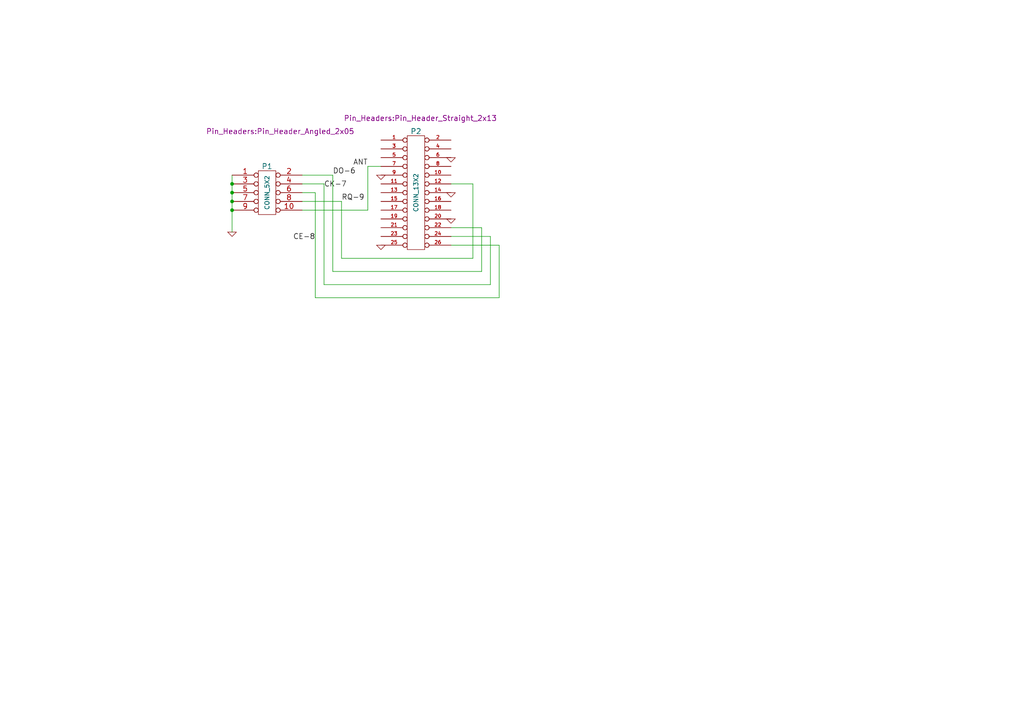
<source format=kicad_sch>
(kicad_sch (version 20230121) (generator eeschema)
  (paper "A4")
  (lib_symbols
    (symbol "pi-adaptor-rescue:CONN_13X2" (pin_names (offset 0.254) hide)
      (property "Reference" "P" (at 0 17.78 0))
      (property "Value" "CONN_13X2" (at 0 0 90))
      (symbol "CONN_13X2_0_1"
        (rectangle (start -2.54 16.51) (end 2.54 -16.51))
      )
      (symbol "CONN_13X2_1_1"
        (pin passive inverted (at -10.16 15.24 0) (length 7.62) (name "P1") (number "1"))
        (pin passive inverted (at 10.16 5.08 180) (length 7.62) (name "P10") (number "10"))
        (pin passive inverted (at -10.16 2.54 0) (length 7.62) (name "P11") (number "11"))
        (pin passive inverted (at 10.16 2.54 180) (length 7.62) (name "P12") (number "12"))
        (pin passive inverted (at -10.16 0 0) (length 7.62) (name "P13") (number "13"))
        (pin passive inverted (at 10.16 0 180) (length 7.62) (name "P14") (number "14"))
        (pin passive inverted (at -10.16 -2.54 0) (length 7.62) (name "P15") (number "15"))
        (pin passive inverted (at 10.16 -2.54 180) (length 7.62) (name "P16") (number "16"))
        (pin passive inverted (at -10.16 -5.08 0) (length 7.62) (name "P17") (number "17"))
        (pin passive inverted (at 10.16 -5.08 180) (length 7.62) (name "P18") (number "18"))
        (pin passive inverted (at -10.16 -7.62 0) (length 7.62) (name "P19") (number "19"))
        (pin passive inverted (at 10.16 15.24 180) (length 7.62) (name "P2") (number "2"))
        (pin passive inverted (at 10.16 -7.62 180) (length 7.62) (name "P20") (number "20"))
        (pin passive inverted (at -10.16 -10.16 0) (length 7.62) (name "P21") (number "21"))
        (pin passive inverted (at 10.16 -10.16 180) (length 7.62) (name "P22") (number "22"))
        (pin passive inverted (at -10.16 -12.7 0) (length 7.62) (name "P23") (number "23"))
        (pin passive inverted (at 10.16 -12.7 180) (length 7.62) (name "P20") (number "24"))
        (pin passive inverted (at -10.16 -15.24 0) (length 7.62) (name "P24") (number "25"))
        (pin passive inverted (at 10.16 -15.24 180) (length 7.62) (name "P22") (number "26"))
        (pin passive inverted (at -10.16 12.7 0) (length 7.62) (name "P3") (number "3"))
        (pin passive inverted (at 10.16 12.7 180) (length 7.62) (name "P4") (number "4"))
        (pin passive inverted (at -10.16 10.16 0) (length 7.62) (name "P5") (number "5"))
        (pin passive inverted (at 10.16 10.16 180) (length 7.62) (name "P6") (number "6"))
        (pin passive inverted (at -10.16 7.62 0) (length 7.62) (name "P7") (number "7"))
        (pin passive inverted (at 10.16 7.62 180) (length 7.62) (name "P8") (number "8"))
        (pin passive inverted (at -10.16 5.08 0) (length 7.62) (name "P9") (number "9"))
      )
    )
    (symbol "pi-adaptor-rescue:CONN_5X2" (pin_names (offset 1.016))
      (property "Reference" "P" (at 0 7.62 0))
      (property "Value" "CONN_5X2" (at 0 0 90))
      (symbol "CONN_5X2_0_1"
        (rectangle (start -2.54 6.35) (end 2.54 -6.35))
      )
      (symbol "CONN_5X2_1_1"
        (pin passive inverted (at -10.16 5.08 0) (length 7.62) (name "~") (number "1"))
        (pin passive inverted (at 10.16 -5.08 180) (length 7.62) (name "~") (number "10"))
        (pin passive inverted (at 10.16 5.08 180) (length 7.62) (name "~") (number "2"))
        (pin passive inverted (at -10.16 2.54 0) (length 7.62) (name "~") (number "3"))
        (pin passive inverted (at 10.16 2.54 180) (length 7.62) (name "~") (number "4"))
        (pin passive inverted (at -10.16 0 0) (length 7.62) (name "~") (number "5"))
        (pin passive inverted (at 10.16 0 180) (length 7.62) (name "~") (number "6"))
        (pin passive inverted (at -10.16 -2.54 0) (length 7.62) (name "~") (number "7"))
        (pin passive inverted (at 10.16 -2.54 180) (length 7.62) (name "~") (number "8"))
        (pin passive inverted (at -10.16 -5.08 0) (length 7.62) (name "~") (number "9"))
      )
    )
    (symbol "pi-adaptor-rescue:GND" (power) (pin_names (offset 0))
      (symbol "GND_0_1"
        (polyline (pts (xy -1.27 0) (xy 0 -1.27) (xy 1.27 0) (xy -1.27 0)))
      )
      (symbol "GND_1_1"
        (pin power_in line (at 0 0 90) (length 0) hide (name "GND") (number "1"))
      )
    )
  )
  (junction (at 67.31 55.88))
  (junction (at 67.31 53.34))
  (junction (at 67.31 58.42))
  (junction (at 67.31 60.96))
  (wire (pts (xy 139.7 66.04) (xy 130.81 66.04)))
  (wire (pts (xy 67.31 55.88) (xy 67.31 58.42)))
  (wire (pts (xy 139.7 78.74) (xy 139.7 66.04)))
  (wire (pts (xy 142.24 68.58) (xy 130.81 68.58)))
  (wire (pts (xy 91.44 86.36) (xy 144.78 86.36)))
  (wire (pts (xy 87.63 53.34) (xy 93.98 53.34)))
  (wire (pts (xy 106.68 60.96) (xy 106.68 48.26)))
  (wire (pts (xy 144.78 86.36) (xy 144.78 71.12)))
  (wire (pts (xy 87.63 50.8) (xy 96.52 50.8)))
  (wire (pts (xy 142.24 82.55) (xy 142.24 68.58)))
  (wire (pts (xy 67.31 50.8) (xy 67.31 53.34)))
  (wire (pts (xy 67.31 60.96) (xy 67.31 67.31)))
  (wire (pts (xy 106.68 48.26) (xy 110.49 48.26)))
  (wire (pts (xy 67.31 58.42) (xy 67.31 60.96)))
  (wire (pts (xy 87.63 58.42) (xy 99.06 58.42)))
  (wire (pts (xy 87.63 55.88) (xy 91.44 55.88)))
  (wire (pts (xy 96.52 78.74) (xy 139.7 78.74)))
  (wire (pts (xy 137.16 53.34) (xy 130.81 53.34)))
  (wire (pts (xy 99.06 74.93) (xy 137.16 74.93)))
  (wire (pts (xy 99.06 58.42) (xy 99.06 74.93)))
  (wire (pts (xy 144.78 71.12) (xy 130.81 71.12)))
  (wire (pts (xy 96.52 50.8) (xy 96.52 78.74)))
  (wire (pts (xy 91.44 55.88) (xy 91.44 86.36)))
  (wire (pts (xy 87.63 60.96) (xy 106.68 60.96)))
  (wire (pts (xy 93.98 82.55) (xy 142.24 82.55)))
  (wire (pts (xy 67.31 53.34) (xy 67.31 55.88)))
  (wire (pts (xy 137.16 74.93) (xy 137.16 53.34)))
  (wire (pts (xy 93.98 53.34) (xy 93.98 82.55)))
  (label "DO-6" (at 96.52 50.8 0) (effects (font (size 1.524 1.524))))
  (label "CK-7" (at 93.98 54.61 0) (effects (font (size 1.524 1.524))))
  (label "CE-8" (at 91.44 69.85 180) (effects (font (size 1.524 1.524))))
  (label "ANT" (at 106.68 48.26 180) (effects (font (size 1.524 1.524))))
  (label "RQ-9" (at 99.06 58.42 0) (effects (font (size 1.524 1.524))))
  (symbol (lib_id "pi-adaptor-rescue:CONN_5X2") (at 77.47 55.88 0) (unit 1)
    (property "Reference" "P1" (at 77.47 48.26 0) (effects (font (size 1.524 1.524))))
    (property "Value" "CONN_5X2" (at 77.47 55.88 90))
    (property "Footprint" "Pin_Headers:Pin_Header_Angled_2x05" (at 81.28 38.1 0) (effects (font (size 1.524 1.524))))
  )
  (symbol (lib_id "pi-adaptor-rescue:CONN_13X2") (at 120.65 55.88 0) (unit 1)
    (property "Reference" "P2" (at 120.65 38.1 0) (effects (font (size 1.524 1.524))))
    (property "Value" "CONN_13X2" (at 120.65 55.88 90))
    (property "Footprint" "Pin_Headers:Pin_Header_Straight_2x13" (at 121.92 34.29 0) (effects (font (size 1.524 1.524))))
  )
  (symbol (lib_id "pi-adaptor-rescue:GND") (at 67.31 67.31 0) (unit 1)
    (property "Reference" "#PWR01" (effects hide))
    (property "Value" "GND" (effects hide))
  )
  (symbol (lib_id "pi-adaptor-rescue:GND") (at 130.81 45.72 0) (unit 1)
    (property "Reference" "#PWR02" (effects hide))
    (property "Value" "GND" (effects hide))
  )
  (symbol (lib_id "pi-adaptor-rescue:GND") (at 110.49 50.8 0) (unit 1)
    (property "Reference" "#PWR03" (effects hide))
    (property "Value" "GND" (effects hide))
  )
  (symbol (lib_id "pi-adaptor-rescue:GND") (at 130.81 55.88 0) (unit 1)
    (property "Reference" "#PWR04" (effects hide))
    (property "Value" "GND" (effects hide))
  )
  (symbol (lib_id "pi-adaptor-rescue:GND") (at 130.81 63.5 0) (unit 1)
    (property "Reference" "#PWR05" (effects hide))
    (property "Value" "GND" (effects hide))
  )
  (symbol (lib_id "pi-adaptor-rescue:GND") (at 110.49 71.12 0) (unit 1)
    (property "Reference" "#PWR06" (effects hide))
    (property "Value" "GND" (effects hide))
  )
)
</source>
